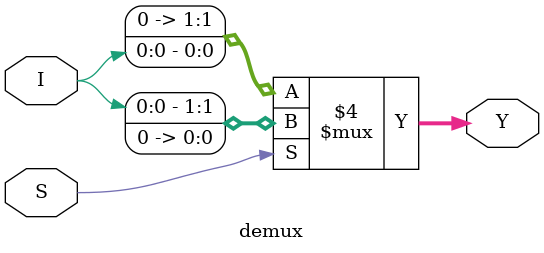
<source format=v>
`timescale 1ns / 1ps


module demux(S,I,Y);
input S,I;
output reg [1:0]Y;
always @ *
begin
if(S==1'b0)
  Y={1'b0,I};// output Y[1] is connected to I when S is 0
else
 Y={I,1'b0};//output Y[0] is connected to I when S is 1
end
endmodule

</source>
